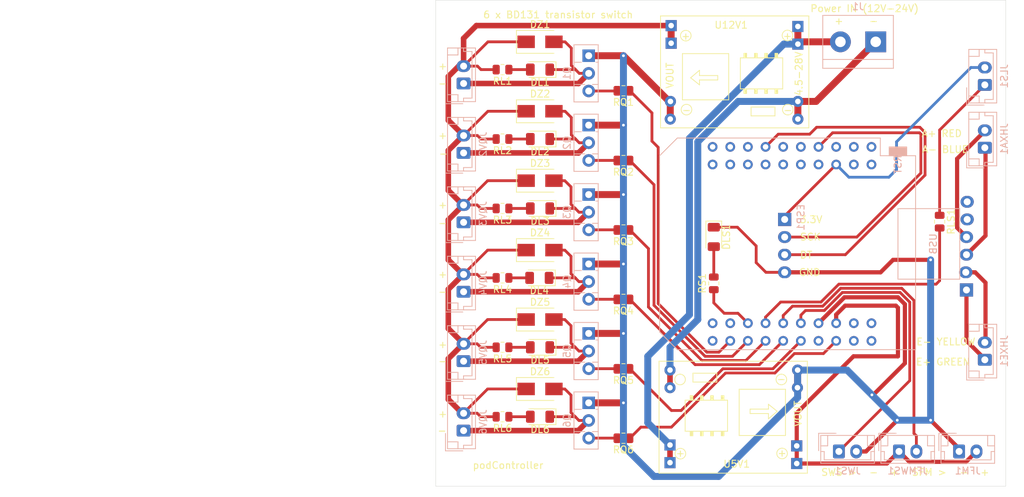
<source format=kicad_pcb>
(kicad_pcb (version 20211014) (generator pcbnew)
  (layers (0 "F.Cu" signal) (31 "B.Cu" signal) (34 "B.Paste" user) (35 "F.Paste" user) (36 "B.SilkS" user "B.Silkscreen") (37 "F.SilkS" user "F.Silkscreen") (38 "B.Mask" user) (39 "F.Mask" user) (44 "Edge.Cuts" user))
  (net 0 "")
  (net 1 "GND")
  (net 2 "Net-(J1-Pad1)")
  (net 3 "Net-(J1-Pad2)")
  (net 8 "Net-(Q1-Pad3)")
  (net 9 "Net-(Q2-Pad3)")
  (net 10 "Net-(Q3-Pad3)")
  (net 11 "Net-(Q4-Pad3)")
  (net 12 "Net-(Q5-Pad3)")
  (net 13 "Net-(Q6-Pad3)")
  (net 14 "Net-(ESP1-Pad35)")
  (net 16 "Net-(ESP1-Pad32)")
  (net 17 "Net-(ESP1-Pad31)")
  (net 18 "Net-(ESP1-Pad30)")
  (net 19 "Net-(ESP1-Pad29)")
  (net 20 "Net-(ESP1-Pad28)")
  (net 21 "Net-(ESP1-Pad27)")
  (net 22 "Net-(ESP1-Pad26)")
  (net 23 "Net-(DL1-Pad1)")
  (net 24 "Net-(ESP1-Pad24)")
  (net 31 "Net-(ESP1-Pad16)")
  (net 34 "Net-(ESP1-Pad13)")
  (net 39 "Net-(ESP1-Pad7)")
  (net 45 "Net-(DL1-Pad2)")
  (net 46 "Net-(HX1-Pad1)")
  (net 47 "Net-(HX1-Pad2)")
  (net 48 "Net-(HX1-Pad3)")
  (net 49 "Net-(HX1-Pad4)")
  (net 52 "Net-(DZ1-Pad1)")
  (net 54 "Net-(ESP1-Pad36)")
  (net 56 "Net-(DL2-Pad1)")
  (net 57 "Net-(DL2-Pad2)")
  (net 58 "Net-(DL3-Pad1)")
  (net 59 "Net-(DL4-Pad2)")
  (net 60 "Net-(DL5-Pad2)")
  (net 61 "Net-(DL6-Pad2)")
  (net 62 "Net-(ESP1-Pad25)")
  (net 64 "Net-(DL3-Pad2)")
  (net 65 "Net-(DL4-Pad1)")
  (net 66 "Net-(DL5-Pad1)")
  (net 67 "Net-(DL6-Pad1)")
  (net 68 "Net-(DLS1-Pad2)")
  (net 69 "Net-(JLS1-Pad1)")
  (footprint "Resistor_SMD:R_0805_2012Metric" (layer "F.Cu") (at 83 81.1 180)
    (fp_text reference "RQ6")
    (fp_text value "1k")
  )
  (footprint "Resistor_SMD:R_0805_2012Metric" (layer "F.Cu") (at 83 61.1 180)
    (fp_text reference "RQ4")
    (fp_text value "1k")
  )
  (footprint "Diode_SMD:D_1206_3216Metric" (layer "F.Cu") (at 96 52.1 -90)
    (fp_text reference "DLS1")
    (fp_text value "LED")
  )
  (footprint "Diode_SMD:D_1206_3216Metric" (layer "F.Cu") (at 71 28 180)
    (fp_text reference "DL1")
    (fp_text value "LED")
  )
  (footprint "Diode_SMD:D_SMA" (layer "F.Cu") (at 71 34)
    (fp_text reference "DZ2")
    (fp_text value "1N914")
  )
  (footprint "Resistor_SMD:R_0805_2012Metric" (layer "F.Cu") (at 96 58.7875 90)
    (fp_text reference "RS1")
    (fp_text value "50")
  )
  (footprint "Diode_SMD:D_SMA" (layer "F.Cu") (at 71 64)
    (fp_text reference "DZ5")
    (fp_text value "1N914")
  )
  (footprint "Resistor_SMD:R_0805_2012Metric" (layer "F.Cu") (at 128.5 49.9 -90)
    (fp_text reference "RLS1")
    (fp_text value "10k")
  )
  (footprint "Diode_SMD:D_SMA" (layer "F.Cu") (at 71 44)
    (fp_text reference "DZ3")
    (fp_text value "1N914")
  )
  (footprint "Resistor_SMD:R_0805_2012Metric" (layer "F.Cu") (at 83 41.1 180)
    (fp_text reference "RQ2")
    (fp_text value "1k")
  )
  (footprint "Resistor_SMD:R_0805_2012Metric" (layer "F.Cu") (at 83 31.05 180)
    (fp_text reference "RQ1")
    (fp_text value "1k")
  )
  (footprint "Resistor_SMD:R_0805_2012Metric" (layer "F.Cu") (at 83 71.1 180)
    (fp_text reference "RQ5")
    (fp_text value "1k")
  )
  (footprint "MountingHole:MountingHole_2.2mm_M2" (layer "F.Cu") (at 58.5 20.5)
    (fp_text reference "H1" hide)
    (fp_text value "MountingHole")
  )
  (footprint "glab:HX711" (layer "F.Cu") (at 122.2 57.2 180)
    (fp_text reference "HX1" hide)
    (fp_text value "HX711Keyes")
  )
  (footprint "MountingHole:MountingHole_2.2mm_M2" (layer "F.Cu") (at 58.5 85.5)
    (fp_text reference "H0" hide)
    (fp_text value "MountingHole")
  )
  (footprint "Resistor_SMD:R_0805_2012Metric" (layer "F.Cu") (at 65.6 28 180)
    (fp_text reference "RL1")
    (fp_text value "300")
  )
  (footprint "Resistor_SMD:R_0805_2012Metric" (layer "F.Cu") (at 65.6 48 180)
    (fp_text reference "RL3")
    (fp_text value "300")
  )
  (footprint "Resistor_SMD:R_0805_2012Metric" (layer "F.Cu") (at 83 51.1 180)
    (fp_text reference "RQ3")
    (fp_text value "1k")
  )
  (footprint "Diode_SMD:D_1206_3216Metric" (layer "F.Cu") (at 71 38 180)
    (fp_text reference "DL2")
    (fp_text value "LED")
  )
  (footprint "MountingHole:MountingHole_2.2mm_M2" (layer "F.Cu") (at 135.5 76.9)
    (fp_text reference "H3" hide)
    (fp_text value "MountingHole")
  )
  (footprint "Resistor_SMD:R_0805_2012Metric" (layer "F.Cu") (at 65.6 38 180)
    (fp_text reference "RL2")
    (fp_text value "300")
  )
  (footprint "Diode_SMD:D_SMA" (layer "F.Cu") (at 71 74)
    (fp_text reference "DZ6")
    (fp_text value "1N914")
  )
  (footprint "Diode_SMD:D_SMA" (layer "F.Cu") (at 71 24)
    (fp_text reference "DZ1")
    (fp_text value "1N914")
  )
  (footprint "Diode_SMD:D_1206_3216Metric" (layer "F.Cu") (at 71 68 180)
    (fp_text reference "DL5")
    (fp_text value "LED")
  )
  (footprint "MountingHole:MountingHole_2.2mm_M2" (layer "F.Cu") (at 135.5 20.5)
    (fp_text reference "H2" hide)
    (fp_text value "MountingHole")
  )
  (footprint "Resistor_SMD:R_0805_2012Metric" (layer "F.Cu") (at 65.6 58 180)
    (fp_text reference "RL4")
    (fp_text value "300")
  )
  (footprint "glab:SRT_MPT1584EN_Module" (layer "F.Cu") (at 99.3 77.5)
    (fp_text reference "U5V1")
    (fp_text value "MPT1584EN")
  )
  (footprint "Diode_SMD:D_1206_3216Metric" (layer "F.Cu") (at 71 78 180)
    (fp_text reference "DL6")
    (fp_text value "LED")
  )
  (footprint "Resistor_SMD:R_0805_2012Metric" (layer "F.Cu") (at 65.6 78 180)
    (fp_text reference "RL6")
    (fp_text value "300")
  )
  (footprint "Diode_SMD:D_SMA" (layer "F.Cu") (at 71 54)
    (fp_text reference "DZ4")
    (fp_text value "1N914")
  )
  (footprint "Diode_SMD:D_1206_3216Metric" (layer "F.Cu") (at 70.9 58 180)
    (fp_text reference "DL4")
    (fp_text value "LED")
  )
  (footprint "Diode_SMD:D_1206_3216Metric" (layer "F.Cu") (at 71 48 180)
    (fp_text reference "DL3")
    (fp_text value "LED")
  )
  (footprint "glab:SRT_MPT1584EN_Module" (layer "F.Cu") (at 98.5 28.9 180)
    (fp_text reference "U12V1")
    (fp_text value "MPT1584EN")
  )
  (footprint "Resistor_SMD:R_0805_2012Metric" (layer "F.Cu") (at 65.6 68 180)
    (fp_text reference "RL5")
    (fp_text value "300")
  )
  (footprint "Connector_JST:JST_EH_B2B-EH-A_1x02_P2.50mm_Vertical" (layer "B.Cu") (at 135 69.8 90)
    (fp_text reference "JHXE1")
    (fp_text value "Conn_01x02_Male" hide)
  )
  (footprint "Connector_JST:JST_EH_B2B-EH-A_1x02_P2.50mm_Vertical" (layer "B.Cu") (at 60 40 90)
    (fp_text reference "JQV2")
    (fp_text value "Conn_01x02_Male" hide)
  )
  (footprint "Connector_JST:JST_EH_B2B-EH-A_1x02_P2.50mm_Vertical" (layer "B.Cu") (at 114 83)
    (fp_text reference "JWS1")
    (fp_text value "Conn_01x02_Male")
  )
  (footprint "Package_TO_SOT_THT:TO-126-3_Vertical" (layer "B.Cu") (at 78 46 -90)
    (fp_text reference "Q3")
    (fp_text value "BD135")
  )
  (footprint "Connector_JST:JST_EH_B2B-EH-A_1x02_P2.50mm_Vertical" (layer "B.Cu") (at 135 30.2 90)
    (fp_text reference "JLS1")
    (fp_text value "Conn_01x02_Male" hide)
  )
  (footprint "Connector_JST:JST_EH_B2B-EH-A_1x02_P2.50mm_Vertical" (layer "B.Cu") (at 122.65 83)
    (fp_text reference "JFMWS1")
    (fp_text value "Conn_01x02_Male")
  )
  (footprint "Package_TO_SOT_THT:TO-126-3_Vertical" (layer "B.Cu") (at 78 26 -90)
    (fp_text reference "Q1")
    (fp_text value "BD135")
  )
  (footprint "ESP32_mini:ESP32_mini" (layer "B.Cu") (at 107.26 53.1 -90)
    (fp_text reference "ESP1")
    (fp_text value "mini_esp32")
  )
  (footprint "Package_TO_SOT_THT:TO-126-3_Vertical" (layer "B.Cu") (at 78 36 -90)
    (fp_text reference "Q2")
    (fp_text value "BD135")
  )
  (footprint "Connector_JST:JST_EH_B2B-EH-A_1x02_P2.50mm_Vertical" (layer "B.Cu") (at 60 80 90)
    (fp_text reference "JQV6")
    (fp_text value "Conn_01x02_Male" hide)
  )
  (footprint "Package_TO_SOT_THT:TO-126-3_Vertical" (layer "B.Cu") (at 78 76 -90)
    (fp_text reference "Q6")
    (fp_text value "BD135")
  )
  (footprint "Connector_JST:JST_EH_B2B-EH-A_1x02_P2.50mm_Vertical" (layer "B.Cu") (at 60 30 90)
    (fp_text reference "JQV1" hide)
    (fp_text value "Conn_01x02_Male" hide)
  )
  (footprint "Connector_JST:JST_EH_B2B-EH-A_1x02_P2.50mm_Vertical" (layer "B.Cu") (at 60 60 90)
    (fp_text reference "JQV4")
    (fp_text value "Conn_01x02_Male" hide)
  )
  (footprint "Package_TO_SOT_THT:TO-126-3_Vertical" (layer "B.Cu") (at 78 56 -90)
    (fp_text reference "Q4")
    (fp_text value "BD135")
  )
  (footprint "Connector_JST:JST_EH_B2B-EH-A_1x02_P2.50mm_Vertical" (layer "B.Cu") (at 135 39.25 90)
    (fp_text reference "JHXA1")
    (fp_text value "Conn_01x02_Male" hide)
  )
  (footprint "Connector_JST:JST_EH_B2B-EH-A_1x02_P2.50mm_Vertical" (layer "B.Cu") (at 60 70 90)
    (fp_text reference "JQV5")
    (fp_text value "Conn_01x02_Male" hide)
  )
  (footprint "TerminalBlock:TerminalBlock_bornier-2_P5.08mm" (layer "B.Cu") (at 119.3 24 180)
    (fp_text reference "J1")
    (fp_text value "Screw_Terminal_01x02")
  )
  (footprint "Package_TO_SOT_THT:TO-126-3_Vertical" (layer "B.Cu") (at 78 66 -90)
    (fp_text reference "Q5")
    (fp_text value "BD135")
  )
  (footprint "Connector_JST:JST_EH_B2B-EH-A_1x02_P2.50mm_Vertical" (layer "B.Cu") (at 131.3 83)
    (fp_text reference "JFM1")
    (fp_text value "Conn_01x02_Male")
  )
  (footprint "Connector_JST:JST_EH_B2B-EH-A_1x02_P2.50mm_Vertical" (layer "B.Cu") (at 60 50 90)
    (fp_text reference "JQV3")
    (fp_text value "Conn_01x02_Male" hide)
  )
  (gr_line (start 56 88) (end 56 18) (layer "Edge.Cuts") (width 0.05))
  (gr_line (start 138 18) (end 138 88) (layer "Edge.Cuts") (width 0.05))
  (gr_line (start 138 88) (end 56 88) (layer "Edge.Cuts") (width 0.05))
  (gr_line (start 56 18) (end 138 18) (layer "Edge.Cuts") (width 0.05))
  (gr_text "SCK" (at 109.9 52.1) (layer "F.SilkS") (effects (font (size 1 1))))
  (gr_text "-" (at 119 21) (layer "F.SilkS") (effects (font (size 1 1))))
  (gr_text "-" (at 57 50.1) (layer "F.SilkS") (effects (font (size 1 1))))
  (gr_text "+" (at 57 57.5) (layer "F.SilkS") (effects (font (size 1 1))))
  (gr_text "podController" (at 66.4 85) (layer "F.SilkS") (effects (font (size 1 1))))
  (gr_text "A- BLUE" (at 129.3 39.5) (layer "F.SilkS") (effects (font (size 1 1))))
  (gr_text "+" (at 57 77.6) (layer "F.SilkS") (effects (font (size 1 1))))
  (gr_text "-" (at 119 86) (layer "F.SilkS") (effects (font (size 1 1))))
  (gr_text "E- YELLOW" (at 129.4 67.2) (layer "F.SilkS") (effects (font (size 1 1))))
  (gr_text "6 x BD131 transistor switch" (at 73.6 20.1) (layer "F.SilkS") (effects (font (size 1 1))))
  (gr_text "SWS >" (at 114 86) (layer "F.SilkS") (effects (font (size 1 1))))
  (gr_text "-" (at 56.9 80) (layer "F.SilkS") (effects (font (size 1 1))))
  (gr_text "-" (at 57 30) (layer "F.SilkS") (effects (font (size 1 1))))
  (gr_text "Power IN (12V-24V)" (at 117.7 19.2) (layer "F.SilkS") (effects (font (size 1 1))))
  (gr_text "GND" (at 109.8 57.2) (layer "F.SilkS") (effects (font (size 1 1))))
  (gr_text "-" (at 132 86) (layer "F.SilkS") (effects (font (size 1 1))))
  (gr_text "3.3V" (at 110 49.6) (layer "F.SilkS") (effects (font (size 1 1))))
  (gr_text "DT" (at 109.3 54.7) (layer "F.SilkS") (effects (font (size 1 1))))
  (gr_text "+" (at 114 21) (layer "F.SilkS") (effects (font (size 1 1))))
  (gr_text "+" (at 57 47.5) (layer "F.SilkS") (effects (font (size 1 1))))
  (gr_text "+" (at 57 67.6) (layer "F.SilkS") (effects (font (size 1 1))))
  (gr_text "+" (at 122 86) (layer "F.SilkS") (effects (font (size 1 1))))
  (gr_text "A+ RED" (at 128.8 37.2) (layer "F.SilkS") (effects (font (size 1 1))))
  (gr_text "+" (at 57 37.5) (layer "F.SilkS") (effects (font (size 1 1))))
  (gr_text "E+ GREEN" (at 129 70.1) (layer "F.SilkS") (effects (font (size 1 1))))
  (gr_text "-" (at 57.1 40.1) (layer "F.SilkS") (effects (font (size 1 1))))
  (gr_text "-" (at 57 60) (layer "F.SilkS") (effects (font (size 1 1))))
  (gr_text "SFM >" (at 127 86) (layer "F.SilkS") (effects (font (size 1 1))))
  (gr_text "+" (at 135 86) (layer "F.SilkS") (effects (font (size 1 1))))
  (gr_text "-" (at 57 70) (layer "F.SilkS") (effects (font (size 1 1))))
  (gr_text "+" (at 57 27.5) (layer "F.SilkS") (effects (font (size 1 1))))
  (segment (start 111.07 64.53) (end 114.8 60.8) (width 0.6) (layer "F.Cu") (net 1))
  (segment (start 117.9 83) (end 122.4 78.5) (width 0.6) (layer "F.Cu") (net 1))
  (segment (start 106.2 57.2) (end 120 57.2) (width 0.6) (layer "F.Cu") (net 1))
  (segment (start 89.737 32.6084) (end 89.7624 32.583) (width 1) (layer "F.Cu") (net 1))
  (segment (start 83 66) (end 78 66) (width 1) (layer "F.Cu") (net 1))
  (segment (start 96 50.7) (end 99.4 50.7) (width 0.4) (layer "F.Cu") (net 1))
  (segment (start 103.5 57.2) (end 106.2 57.2) (width 0.4) (layer "F.Cu") (net 1))
  (segment (start 131.3 83) (end 131.3 82.6) (width 0.6) (layer "F.Cu") (net 1))
  (segment (start 123.5 70.3) (end 118.95 74.85) (width 0.6) (layer "F.Cu") (net 1))
  (segment (start 83 56) (end 78 56) (width 1) (layer "F.Cu") (net 1))
  (segment (start 108.063 71.277) (end 108.063 73.7916) (width 1) (layer "F.Cu") (net 1))
  (segment (start 121.8 55.4) (end 127.2 55.4) (width 0.6) (layer "F.Cu") (net 1))
  (segment (start 102.1 53.4) (end 102.1 55.8) (width 0.4) (layer "F.Cu") (net 1))
  (segment (start 83 76) (end 78 76) (width 1) (layer "F.Cu") (net 1))
  (segment (start 118.95 74.85) (end 118.75 74.85) (width 0.6) (layer "F.Cu") (net 1))
  (segment (start 89.7624 32.583) (end 89.583 32.583) (width 1) (layer "F.Cu") (net 1))
  (segment (start 131.3 82.6) (end 127.2 78.5) (width 0.6) (layer "F.Cu") (net 1))
  (segment (start 123.5 61.8) (end 123.5 70.3) (width 0.6) (layer "F.Cu") (net 1))
  (segment (start 116.5 83) (end 117.9 83) (width 0.6) (layer "F.Cu") (net 1))
  (segment (start 83 36) (end 78 36) (width 1) (layer "F.Cu") (net 1))
  (segment (start 83 26) (end 78 26) (width 1) (layer "F.Cu") (net 1))
  (segment (start 89.583 32.583) (end 83 26) (width 1) (layer "F.Cu") (net 1))
  (segment (start 99.4 50.7) (end 102.1 53.4) (width 0.4) (layer "F.Cu") (net 1))
  (segment (start 89.737 35.123) (end 89.737 32.6084) (width 1) (layer "F.Cu") (net 1))
  (segment (start 102.1 55.8) (end 103.5 57.2) (width 0.4) (layer "F.Cu") (net 1))
  (segment (start 114.8 60.8) (end 122.5 60.8) (width 0.6) (layer "F.Cu") (net 1))
  (segment (start 122.5 60.8) (end 123.5 61.8) (width 0.6) (layer "F.Cu") (net 1))
  (segment (start 120 57.2) (end 121.8 55.4) (width 0.6) (layer "F.Cu") (net 1))
  (segment (start 83 46) (end 78 46) (width 1) (layer "F.Cu") (net 1))
  (segment (start 108.063 73.7916) (end 108.0376 73.817) (width 1) (layer "F.Cu") (net 1))
  (via (at 127.2 55.4) (size 0.8) (drill 0.4) (layers "F.Cu" "B.Cu") (net 1))
  (via (at 83 26) (size 0.8) (drill 0.4) (layers "F.Cu" "B.Cu") (net 1))
  (via (at 118.75 74.85) (size 0.8) (drill 0.4) (layers "F.Cu" "B.Cu") (net 1))
  (via (at 108.063 71.277) (size 0.8) (drill 0.4) (layers "F.Cu" "B.Cu") (net 1))
  (via (at 83 56) (size 0.8) (drill 0.4) (layers "F.Cu" "B.Cu") (net 1))
  (via (at 83 36) (size 0.8) (drill 0.4) (layers "F.Cu" "B.Cu") (net 1))
  (via (at 83 46) (size 0.8) (drill 0.4) (layers "F.Cu" "B.Cu") (net 1))
  (via (at 127.2 78.5) (size 0.8) (drill 0.4) (layers "F.Cu" "B.Cu") (net 1))
  (via (at 83 66) (size 0.8) (drill 0.4) (layers "F.Cu" "B.Cu") (net 1))
  (via (at 122.4 78.5) (size 0.8) (drill 0.4) (layers "F.Cu" "B.Cu") (net 1))
  (via (at 83 76) (size 0.8) (drill 0.4) (layers "F.Cu" "B.Cu") (net 1))
  (segment (start 83 66) (end 83 76) (width 1) (layer "B.Cu") (net 1))
  (segment (start 108.063 75.237) (end 108.063 71.277) (width 1) (layer "B.Cu") (net 1))
  (segment (start 83 26) (end 83 36) (width 1) (layer "B.Cu") (net 1))
  (segment (start 83 82.2) (end 87.4 86.6) (width 1) (layer "B.Cu") (net 1))
  (segment (start 83 36) (end 83 46) (width 1) (layer "B.Cu") (net 1))
  (segment (start 83 56) (end 83 66) (width 1) (layer "B.Cu") (net 1))
  (segment (start 127.2 78.5) (end 127.2 55.4) (width 1) (layer "B.Cu") (net 1))
  (segment (start 115.177 71.277) (end 118.75 74.85) (width 1) (layer "B.Cu") (net 1))
  (segment (start 118.75 74.85) (end 122.3 78.4) (width 1) (layer "B.Cu") (net 1))
  (segment (start 96.7 86.6) (end 108.063 75.237) (width 1) (layer "B.Cu") (net 1))
  (segment (start 87.4 86.6) (end 96.7 86.6) (width 1) (layer "B.Cu") (net 1))
  (segment (start 108.063 71.277) (end 115.177 71.277) (width 1) (layer "B.Cu") (net 1))
  (segment (start 83 76) (end 83 82.2) (width 1) (layer "B.Cu") (net 1))
  (segment (start 122.3 78.4) (end 122.4 78.5) (width 1) (layer "B.Cu") (net 1))
  (segment (start 83 46) (end 83 56) (width 1) (layer "B.Cu") (net 1))
  (segment (start 122.4 78.5) (end 127.2 78.5) (width 1) (layer "B.Cu") (net 1))
  (segment (start 108.1 32.583) (end 108.1 35.123) (width 1) (layer "F.Cu") (net 2))
  (segment (start 119.3 24) (end 110.717 32.583) (width 1) (layer "F.Cu") (net 2))
  (segment (start 110.717 32.583) (end 108.1 32.583) (width 1) (layer "F.Cu") (net 2))
  (segment (start 89.7 71.277) (end 89.7 73.817) (width 0.8) (layer "F.Cu") (net 2))
  (segment (start 108.1 32.583) (end 99.513378 32.583) (width 1) (layer "B.Cu") (net 2))
  (segment (start 93.69952 64.00048) (end 89.7 68) (width 1) (layer "B.Cu") (net 2))
  (segment (start 89.7 68) (end 89.7 71.277) (width 1) (layer "B.Cu") (net 2))
  (segment (start 99.513378 32.583) (end 93.69952 38.396858) (width 1) (layer "B.Cu") (net 2))
  (segment (start 93.69952 38.396858) (end 93.69952 64.00048) (width 1) (layer "B.Cu") (net 2))
  (segment (start 89.7 82.072) (end 89.7 84.612) (width 0.8) (layer "F.Cu") (net 3))
  (segment (start 108.428 24) (end 108.1 24.328) (width 1) (layer "F.Cu") (net 3))
  (segment (start 114.22 24) (end 108.428 24) (width 1) (layer "F.Cu") (net 3))
  (segment (start 108.1 24.328) (end 108.1 21.788) (width 1) (layer "F.Cu") (net 3))
  (segment (start 86.5 78.872) (end 89.7 82.072) (width 1) (layer "B.Cu") (net 3))
  (segment (start 92.5 37.9) (end 92.5 63.3) (width 1) (layer "B.Cu") (net 3))
  (segment (start 92.5 63.3) (end 86.5 69.3) (width 1) (layer "B.Cu") (net 3))
  (segment (start 108.1 24.328) (end 106.072 24.328) (width 1) (layer "B.Cu") (net 3))
  (segment (start 86.5 69.3) (end 86.5 78.872) (width 1) (layer "B.Cu") (net 3))
  (segment (start 106.072 24.328) (end 92.5 37.9) (width 1) (layer "B.Cu") (net 3))
  (segment (start 82.0875 31.05) (end 82.0575 31.08) (width 0.4) (layer "F.Cu") (net 8))
  (segment (start 82.0575 31.08) (end 78 31.08) (width 0.4) (layer "F.Cu") (net 8))
  (segment (start 82.0875 41.1) (end 82.0675 41.08) (width 0.4) (layer "F.Cu") (net 9))
  (segment (start 82.0675 41.08) (end 78 41.08) (width 0.4) (layer "F.Cu") (net 9))
  (segment (start 82.0675 51.08) (end 78 51.08) (width 0.4) (layer "F.Cu") (net 10))
  (segment (start 82.0875 51.1) (end 82.0675 51.08) (width 0.4) (layer "F.Cu") (net 10))
  (segment (start 82.0875 61.1) (end 82.0675 61.08) (width 0.4) (layer "F.Cu") (net 11))
  (segment (start 82.0675 61.08) (end 78 61.08) (width 0.4) (layer "F.Cu") (net 11))
  (segment (start 82.0675 71.08) (end 78 71.08) (width 0.4) (layer "F.Cu") (net 12))
  (segment (start 82.0875 71.1) (end 82.0675 71.08) (width 0.4) (layer "F.Cu") (net 12))
  (segment (start 82.0875 81.1) (end 82.0675 81.08) (width 0.4) (layer "F.Cu") (net 13))
  (segment (start 82.0675 81.08) (end 78 81.08) (width 0.4) (layer "F.Cu") (net 13))
  (segment (start 107.936 82.199) (end 107.936 84.739) (width 0.6) (layer "F.Cu") (net 14))
  (segment (start 107.936 84.739) (end 120.911 84.739) (width 0.6) (layer "F.Cu") (net 14))
  (segment (start 122.2 62) (end 114.9 62) (width 0.6) (layer "F.Cu") (net 14))
  (segment (start 107.936 82.199) (end 107.936 77.464) (width 0.6) (layer "F.Cu") (net 14))
  (segment (start 120.911 84.739) (end 122.65 83) (width 0.6) (layer "F.Cu") (net 14))
  (segment (start 113.61 63.29) (end 113.61 64.53) (width 0.6) (layer "F.Cu") (net 14))
  (segment (start 114.9 62) (end 113.61 63.29) (width 0.6) (layer "F.Cu") (net 14))
  (segment (start 132.30048 84.49952) (end 133.8 83) (width 0.6) (layer "F.Cu") (net 14))
  (segment (start 122.65 83) (end 124.14952 84.49952) (width 0.6) (layer "F.Cu") (net 14))
  (segment (start 122.5 69.3) (end 122.5 62.3) (width 0.6) (layer "F.Cu") (net 14))
  (segment (start 107.936 77.464) (end 116.1 69.3) (width 0.6) (layer "F.Cu") (net 14))
  (segment (start 122.5 62.3) (end 122.2 62) (width 0.6) (layer "F.Cu") (net 14))
  (segment (start 116.1 69.3) (end 122.5 69.3) (width 0.6) (layer "F.Cu") (net 14))
  (segment (start 124.14952 84.49952) (end 132.30048 84.49952) (width 0.6) (layer "F.Cu") (net 14))
  (segment (start 108.53 67.07) (end 104.50192 71.09808) (width 0.4) (layer "F.Cu") (net 16))
  (segment (start 97.30192 71.09808) (end 91.3 77.1) (width 0.4) (layer "F.Cu") (net 16))
  (segment (start 104.50192 71.09808) (end 97.30192 71.09808) (width 0.4) (layer "F.Cu") (net 16))
  (segment (start 89.9125 77.1) (end 83.9125 71.1) (width 0.4) (layer "F.Cu") (net 16))
  (segment (start 91.3 77.1) (end 89.9125 77.1) (width 0.4) (layer "F.Cu") (net 16))
  (segment (start 109.2 62.7) (end 111.9 62.7) (width 0.4) (layer "F.Cu") (net 17))
  (segment (start 108.53 64.53) (end 108.53 63.37) (width 0.4) (layer "F.Cu") (net 17))
  (segment (start 124.2 61.5) (end 124.2 72.8) (width 0.4) (layer "F.Cu") (net 17))
  (segment (start 111.9 62.7) (end 114.5 60.1) (width 0.4) (layer "F.Cu") (net 17))
  (segment (start 122.8 60.1) (end 124.2 61.5) (width 0.4) (layer "F.Cu") (net 17))
  (segment (start 108.53 63.37) (end 109.2 62.7) (width 0.4) (layer "F.Cu") (net 17))
  (segment (start 114.5 60.1) (end 122.8 60.1) (width 0.4) (layer "F.Cu") (net 17))
  (segment (start 124.2 72.8) (end 114 83) (width 0.4) (layer "F.Cu") (net 17))
  (segment (start 93.31106 70.49856) (end 83.9125 61.1) (width 0.4) (layer "F.Cu") (net 18))
  (segment (start 105.99 67.07) (end 102.56144 70.49856) (width 0.4) (layer "F.Cu") (net 18))
  (segment (start 102.56144 70.49856) (end 93.31106 70.49856) (width 0.4) (layer "F.Cu") (net 18))
  (segment (start 105.99 64.53) (end 105.99 63.41) (width 0.4) (layer "F.Cu") (net 19))
  (segment (start 124.8 80.4) (end 125.15 80.75) (width 0.4) (layer "F.Cu") (net 19))
  (segment (start 124.8 61.25215) (end 124.8 80.4) (width 0.4) (layer "F.Cu") (net 19))
  (segment (start 114.252151 59.5) (end 123.04785 59.5) (width 0.4) (layer "F.Cu") (net 19))
  (segment (start 105.99 63.41) (end 107.323925 62.076075) (width 0.4) (layer "F.Cu") (net 19))
  (segment (start 123.04785 59.5) (end 124.8 61.25215) (width 0.4) (layer "F.Cu") (net 19))
  (segment (start 125.15 80.75) (end 125.15 83) (width 0.4) (layer "F.Cu") (net 19))
  (segment (start 107.323925 62.076075) (end 111.676075 62.076075) (width 0.4) (layer "F.Cu") (net 19))
  (segment (start 111.676075 62.076075) (end 114.252151 59.5) (width 0.4) (layer "F.Cu") (net 19))
  (segment (start 100.62096 69.89904) (end 94.29904 69.89904) (width 0.4) (layer "F.Cu") (net 20))
  (segment (start 94.29904 69.89904) (end 86.6 62.2) (width 0.4) (layer "F.Cu") (net 20))
  (segment (start 103.45 67.07) (end 100.62096 69.89904) (width 0.4) (layer "F.Cu") (net 20))
  (segment (start 86.6 53.7875) (end 83.9125 51.1) (width 0.4) (layer "F.Cu") (net 20))
  (segment (start 86.6 62.2) (end 86.6 53.7875) (width 0.4) (layer "F.Cu") (net 20))
  (segment (start 103.45 63.65) (end 105.623445 61.476555) (width 0.4) (layer "F.Cu") (net 21))
  (segment (start 103.45 64.53) (end 103.45 63.65) (width 0.4) (layer "F.Cu") (net 21))
  (segment (start 128.5 58.4) (end 128.5 50.8125) (width 0.4) (layer "F.Cu") (net 21))
  (segment (start 111.427745 61.476555) (end 114.004301 58.9) (width 0.4) (layer "F.Cu") (net 21))
  (segment (start 114.004301 58.9) (end 128 58.9) (width 0.4) (layer "F.Cu") (net 21))
  (segment (start 105.623445 61.476555) (end 111.427745 61.476555) (width 0.4) (layer "F.Cu") (net 21))
  (segment (start 128 58.9) (end 128.5 58.4) (width 0.4) (layer "F.Cu") (net 21))
  (segment (start 100.91 67.07) (end 98.68048 69.29952) (width 0.4) (layer "F.Cu") (net 22))
  (segment (start 94.751671 69.29952) (end 87.4 61.947849) (width 0.4) (layer "F.Cu") (net 22))
  (segment (start 87.4 44.5875) (end 83.9125 41.1) (width 0.4) (layer "F.Cu") (net 22))
  (segment (start 98.68048 69.29952) (end 94.751671 69.29952) (width 0.4) (layer "F.Cu") (net 22))
  (segment (start 87.4 61.947849) (end 87.4 44.5875) (width 0.4) (layer "F.Cu") (net 22))
  (segment (start 76.15 28.05) (end 75.5 27.4) (width 0.4) (layer "F.Cu") (net 23))
  (segment (start 74.6 24) (end 72.65 24) (width 0.4) (layer "F.Cu") (net 23))
  (segment (start 75.5 24.9) (end 74.6 24) (width 0.4) (layer "F.Cu") (net 23))
  (segment (start 76.64 28.54) (end 76.15 28.05) (width 0.4) (layer "F.Cu") (net 23))
  (segment (start 76.1 28) (end 76.15 28.05) (width 0.4) (layer "F.Cu") (net 23))
  (segment (start 75.5 27.4) (end 75.5 24.9) (width 0.4) (layer "F.Cu") (net 23))
  (segment (start 60 30) (end 76.54 30) (width 0.8) (layer "F.Cu") (net 23))
  (segment (start 78 28.54) (end 76.64 28.54) (width 0.4) (layer "F.Cu") (net 23))
  (segment (start 72.4 28) (end 76.1 28) (width 0.4) (layer "F.Cu") (net 23))
  (segment (start 76.54 30) (end 78 28.54) (width 0.8) (layer "F.Cu") (net 23))
  (segment (start 95 68.7) (end 87.99952 61.69952) (width 0.4) (layer "F.Cu") (net 24))
  (segment (start 96.74 68.7) (end 95 68.7) (width 0.4) (layer "F.Cu") (net 24))
  (segment (start 87.99952 39.19952) (end 87.1 38.3) (width 0.4) (layer "F.Cu") (net 24))
  (segment (start 87.1 38.3) (end 87.1 34.2375) (width 0.4) (layer "F.Cu") (net 24))
  (segment (start 98.37 67.07) (end 96.74 68.7) (width 0.4) (layer "F.Cu") (net 24))
  (segment (start 87.1 34.2375) (end 83.9125 31.05) (width 0.4) (layer "F.Cu") (net 24))
  (segment (start 87.99952 61.69952) (end 87.99952 39.19952) (width 0.4) (layer "F.Cu") (net 24))
  (segment (start 113.61 41.67) (end 106.2 49.08) (width 0.4) (layer "F.Cu") (net 31))
  (segment (start 106.2 49.08) (end 106.2 49.58) (width 0.4) (layer "F.Cu") (net 31))
  (segment (start 121.2 43.5) (end 122.3 42.4) (width 0.4) (layer "B.Cu") (net 31))
  (segment (start 122.3 38.4) (end 133 27.7) (width 0.4) (layer "B.Cu") (net 31))
  (segment (start 122.3 42.4) (end 122.3 38.4) (width 0.4) (layer "B.Cu") (net 31))
  (segment (start 133 27.7) (end 135 27.7) (width 0.4) (layer "B.Cu") (net 31))
  (segment (start 113.61 41.67) (end 115.44 43.5) (width 0.4) (layer "B.Cu") (net 31))
  (segment (start 115.44 43.5) (end 121.2 43.5) (width 0.4) (layer "B.Cu") (net 31))
  (segment (start 125.8 37.3) (end 125.8 42.9) (width 0.4) (layer "F.Cu") (net 34))
  (segment (start 125.8 42.9) (end 116.58 52.12) (width 0.4) (layer "F.Cu") (net 34))
  (segment (start 125.6 37.1) (end 125.8 37.3) (width 0.4) (layer "F.Cu") (net 34))
  (segment (start 111.07 39.13) (end 113.1 37.1) (width 0.4) (layer "F.Cu") (net 34))
  (segment (start 116.58 52.12) (end 106.2 52.12) (width 0.4) (layer "F.Cu") (net 34))
  (segment (start 113.1 37.1) (end 125.6 37.1) (width 0.4) (layer "F.Cu") (net 34))
  (segment (start 109.8 37.3) (end 110.8 36.3) (width 0.4) (layer "F.Cu") (net 39))
  (segment (start 103.45 39.13) (end 105.28 37.3) (width 0.4) (layer "F.Cu") (net 39))
  (segment (start 126.39952 37.051671) (end 126.39952 43.20048) (width 0.4) (layer "F.Cu") (net 39))
  (segment (start 114.94 54.66) (end 106.2 54.66) (width 0.4) (layer "F.Cu") (net 39))
  (segment (start 105.28 37.3) (end 109.8 37.3) (width 0.4) (layer "F.Cu") (net 39))
  (segment (start 125.64785 36.3) (end 126.39952 37.051671) (width 0.4) (layer "F.Cu") (net 39))
  (segment (start 126.39952 43.20048) (end 114.94 54.66) (width 0.4) (layer "F.Cu") (net 39))
  (segment (start 110.8 36.3) (end 125.64785 36.3) (width 0.4) (layer "F.Cu") (net 39))
  (segment (start 69.6 28) (end 66.5125 28) (width 0.4) (layer "F.Cu") (net 45))
  (segment (start 135.1 69.8) (end 132.36 67.06) (width 0.6) (layer "F.Cu") (net 46))
  (segment (start 132.36 67.06) (end 132.36 59.74) (width 0.6) (layer "F.Cu") (net 46))
  (segment (start 135.1 67.3) (end 135.1 58.69) (width 0.6) (layer "F.Cu") (net 47))
  (segment (start 135.1 58.69) (end 133.61 57.2) (width 0.6) (layer "F.Cu") (net 47))
  (segment (start 133.61 57.2) (end 132.26 57.2) (width 0.6) (layer "F.Cu") (net 47))
  (segment (start 135.1 51.92) (end 132.36 54.66) (width 0.6) (layer "F.Cu") (net 48))
  (segment (start 135.1 39.25) (end 135.1 51.92) (width 0.6) (layer "F.Cu") (net 48))
  (segment (start 131.01048 40.83952) (end 131.01048 50.77048) (width 0.6) (layer "F.Cu") (net 49))
  (segment (start 135.1 36.75) (end 131.01048 40.83952) (width 0.6) (layer "F.Cu") (net 49))
  (segment (start 131.01048 50.77048) (end 132.36 52.12) (width 0.6) (layer "F.Cu") (net 49))
  (segment (start 64.6475 58) (end 62.46 58) (width 0.4) (layer "F.Cu") (net 52))
  (segment (start 64.6875 38) (end 62.5 38) (width 0.4) (layer "F.Cu") (net 52))
  (segment (start 60 37.5) (end 57.8 35.3) (width 0.8) (layer "F.Cu") (net 52))
  (segment (start 63.46 54) (end 59.96 57.5) (width 0.4) (layer "F.Cu") (net 52))
  (segment (start 60 67.5) (end 59.948598 67.5) (width 0.8) (layer "F.Cu") (net 52))
  (segment (start 69.31 74) (end 63.46 74) (width 0.4) (layer "F.Cu") (net 52))
  (segment (start 62 37.5) (end 60 37.5) (width 0.4) (layer "F.Cu") (net 52))
  (segment (start 59.9 47.5) (end 60 47.5) (width 0.8) (layer "F.Cu") (net 52))
  (segment (start 89.864 21.661) (end 61.839 21.661) (width 0.8) (layer "F.Cu") (net 52))
  (segment (start 62.46 68) (end 61.96 67.5) (width 0.4) (layer "F.Cu") (net 52))
  (segment (start 59.948598 67.5) (end 57.8 69.648598) (width 0.8) (layer "F.Cu") (net 52))
  (segment (start 63.46 64) (end 59.96 67.5) (width 0.4) (layer "F.Cu") (net 52))
  (segment (start 57.8 59.648598) (end 57.8 65.3) (width 0.8) (layer "F.Cu") (net 52))
  (segment (start 57.8 55.4) (end 59.9 57.5) (width 0.8) (layer "F.Cu") (net 52))
  (segment (start 57.8 35.3) (end 57.8 29) (width 0.8) (layer "F.Cu") (net 52))
  (segment (start 59.948598 37.5) (end 57.8 39.648598) (width 0.8) (layer "F.Cu") (net 52))
  (segment (start 64.6475 78) (end 62.46 78) (width 0.4) (layer "F.Cu") (net 52))
  (segment (start 64.6875 28) (end 62.5 28) (width 0.4) (layer "F.Cu") (net 52))
  (segment (start 63.46 44) (end 59.96 47.5) (width 0.4) (layer "F.Cu") (net 52))
  (segment (start 69.35 34) (end 63.5 34) (width 0.4) (layer "F.Cu") (net 52))
  (segment (start 57.8 69.648598) (end 57.8 75.5) (width 0.8) (layer "F.Cu") (net 52))
  (segment (start 57.8 45.4) (end 59.9 47.5) (width 0.8) (layer "F.Cu") (net 52))
  (segment (start 60 57.5) (end 59.948598 57.5) (width 0.8) (layer "F.Cu") (net 52))
  (segment (start 57.8 65.3) (end 60 67.5) (width 0.8) (layer "F.Cu") (net 52))
  (segment (start 61.839 21.661) (end 60 23.5) (width 0.8) (layer "F.Cu") (net 52))
  (segment (start 63.5 34) (end 60 37.5) (width 0.4) (layer "F.Cu") (net 52))
  (segment (start 69.31 44) (end 63.46 44) (width 0.4) (layer "F.Cu") (net 52))
  (segment (start 60 47.5) (end 59.948598 47.5) (width 0.8) (layer "F.Cu") (net 52))
  (segment (start 63.5 24) (end 60 27.5) (width 0.4) (layer "F.Cu") (net 52))
  (segment (start 89.864 24.201) (end 89.864 21.661) (width 1) (layer "F.Cu") (net 52))
  (segment (start 62.5 28) (end 62 27.5) (width 0.4) (layer "F.Cu") (net 52))
  (segment (start 62.5 38) (end 62 37.5) (width 0.4) (layer "F.Cu") (net 52))
  (segment (start 61.96 67.5) (end 59.96 67.5) (width 0.4) (layer "F.Cu") (net 52))
  (segment (start 69.31 64) (end 63.46 64) (width 0.4) (layer "F.Cu") (net 52))
  (segment (start 59.8 77.5) (end 60 77.5) (width 0.8) (layer "F.Cu") (net 52))
  (segment (start 69.31 54) (end 63.46 54) (width 0.4) (layer "F.Cu") (net 52))
  (segment (start 59.9 57.5) (end 60 57.5) (width 0.8) (layer "F.Cu") (net 52))
  (segment (start 64.6475 68) (end 62.46 68) (width 0.4) (layer "F.Cu") (net 52))
  (segment (start 59.3 27.5) (end 60 27.5) (width 0.8) (layer "F.Cu") (net 52))
  (segment (start 60 37.5) (end 59.948598 37.5) (width 0.8) (layer "F.Cu") (net 52))
  (segment (start 61.96 57.5) (end 59.96 57.5) (width 0.4) (layer "F.Cu") (net 52))
  (segment (start 61.96 47.5) (end 59.96 47.5) (width 0.4) (layer "F.Cu") (net 52))
  (segment (start 62.46 58) (end 61.96 57.5) (width 0.4) (layer "F.Cu") (net 52))
  (segment (start 60 23.5) (end 60 27.5) (width 0.8) (layer "F.Cu") (net 52))
  (segment (start 62.46 78) (end 61.96 77.5) (width 0.4) (layer "F.Cu") (net 52))
  (segment (start 62.46 48) (end 61.96 47.5) (width 0.4) (layer "F.Cu") (net 52))
  (segment (start 57.8 29) (end 59.3 27.5) (width 0.8) (layer "F.Cu") (net 52))
  (segment (start 69.35 24) (end 63.5 24) (width 0.4) (layer "F.Cu") (net 52))
  (segment (start 57.8 75.5) (end 59.8 77.5) (width 0.8) (layer "F.Cu") (net 52))
  (segment (start 59.948598 47.5) (end 57.8 49.648598) (width 0.8) (layer "F.Cu") (net 52))
  (segment (start 62 27.5) (end 60 27.5) (width 0.4) (layer "F.Cu") (net 52))
  (segment (start 57.8 49.648598) (end 57.8 55.4) (width 0.8) (layer "F.Cu") (net 52))
  (segment (start 64.6475 48) (end 62.46 48) (width 0.4) (layer "F.Cu") (net 52))
  (segment (start 61.96 77.5) (end 59.96 77.5) (width 0.4) (layer "F.Cu") (net 52))
  (segment (start 57.8 39.648598) (end 57.8 45.4) (width 0.8) (layer "F.Cu") (net 52))
  (segment (start 63.46 74) (end 59.96 77.5) (width 0.4) (layer "F.Cu") (net 52))
  (segment (start 59.948598 57.5) (end 57.8 59.648598) (width 0.8) (layer "F.Cu") (net 52))
  (segment (start 107.6 68.9) (end 104.8024 71.6976) (width 0.4) (layer "F.Cu") (net 54))
  (segment (start 113.61 67.07) (end 111.78 68.9) (width 0.4) (layer "F.Cu") (net 54))
  (segment (start 104.8024 71.6976) (end 97.7 71.6976) (width 0.4) (layer "F.Cu") (net 54))
  (segment (start 89.8976 79.5) (end 85.5125 79.5) (width 0.4) (layer "F.Cu") (net 54))
  (segment (start 97.7 71.6976) (end 89.8976 79.5) (width 0.4) (layer "F.Cu") (net 54))
  (segment (start 85.5125 79.5) (end 83.9125 81.1) (width 0.4) (layer "F.Cu") (net 54))
  (segment (start 111.78 68.9) (end 107.6 68.9) (width 0.4) (layer "F.Cu") (net 54))
  (segment (start 76.64 38.54) (end 76.15 38.05) (width 0.4) (layer "F.Cu") (net 56))
  (segment (start 76.54 40) (end 78 38.54) (width 0.8) (layer "F.Cu") (net 56))
  (segment (start 74.6 34) (end 72.65 34) (width 0.4) (layer "F.Cu") (net 56))
  (segment (start 78 38.54) (end 76.64 38.54) (width 0.4) (layer "F.Cu") (net 56))
  (segment (start 60 40) (end 76.54 40) (width 0.8) (layer "F.Cu") (net 56))
  (segment (start 76.15 38.05) (end 75.5 37.4) (width 0.4) (layer "F.Cu") (net 56))
  (segment (start 72.4 38) (end 76.1 38) (width 0.4) (layer "F.Cu") (net 56))
  (segment (start 75.5 34.9) (end 74.6 34) (width 0.4) (layer "F.Cu") (net 56))
  (segment (start 75.5 37.4) (end 75.5 34.9) (width 0.4) (layer "F.Cu") (net 56))
  (segment (start 76.1 38) (end 76.15 38.05) (width 0.4) (layer "F.Cu") (net 56))
  (segment (start 69.6 38) (end 66.5125 38) (width 0.4) (layer "F.Cu") (net 57))
  (segment (start 76.06 48) (end 76.11 48.05) (width 0.4) (layer "F.Cu") (net 58))
  (segment (start 76.6 48.54) (end 76.11 48.05) (width 0.4) (layer "F.Cu") (net 58))
  (segment (start 75.46 47.4) (end 75.46 44.9) (width 0.4) (layer "F.Cu") (net 58))
  (segment (start 75.46 44.9) (end 74.56 44) (width 0.4) (layer "F.Cu") (net 58))
  (segment (start 76.5 50) (end 77.96 48.54) (width 0.8) (layer "F.Cu") (net 58))
  (segment (start 74.56 44) (end 72.61 44) (width 0.4) (layer "F.Cu") (net 58))
  (segment (start 76.11 48.05) (end 75.46 47.4) (width 0.4) (layer "F.Cu") (net 58))
  (segment (start 59.96 50) (end 76.5 50) (width 0.8) (layer "F.Cu") (net 58))
  (segment (start 77.96 48.54) (end 76.6 48.54) (width 0.4) (layer "F.Cu") (net 58))
  (segment (start 72.36 48) (end 76.06 48) (width 0.4) (layer "F.Cu") (net 58))
  (segment (start 69.56 58) (end 66.4725 58) (width 0.4) (layer "F.Cu") (net 59))
  (segment (start 69.56 68) (end 66.4725 68) (width 0.4) (layer "F.Cu") (net 60))
  (segment (start 69.56 78) (end 66.4725 78) (width 0.4) (layer "F.Cu") (net 61))
  (segment (start 96 61.6) (end 96 59.7) (width 0.4) (layer "F.Cu") (net 62))
  (segment (start 99.48 63.1) (end 97.5 63.1) (width 0.4) (layer "F.Cu") (net 62))
  (segment (start 97.5 63.1) (end 96 61.6) (width 0.4) (layer "F.Cu") (net 62))
  (segment (start 100.91 64.53) (end 99.48 63.1) (width 0.4) (layer "F.Cu") (net 62))
  (segment (start 69.56 48) (end 66.4725 48) (width 0.4) (layer "F.Cu") (net 64))
  (segment (start 75.46 57.4) (end 75.46 54.9) (width 0.4) (layer "F.Cu") (net 65))
  (segment (start 72.36 58) (end 76.06 58) (width 0.4) (layer "F.Cu") (net 65))
  (segment (start 76.5 60) (end 77.96 58.54) (width 0.8) (layer "F.Cu") (net 65))
  (segment (start 76.6 58.54) (end 76.11 58.05) (width 0.4) (layer "F.Cu") (net 65))
  (segment (start 77.96 58.54) (end 76.6 58.54) (width 0.4) (layer "F.Cu") (net 65))
  (segment (start 75.46 54.9) (end 74.56 54) (width 0.4) (layer "F.Cu") (net 65))
  (segment (start 76.11 58.05) (end 75.46 57.4) (width 0.4) (layer "F.Cu") (net 65))
  (segment (start 76.06 58) (end 76.11 58.05) (width 0.4) (layer "F.Cu") (net 65))
  (segment (start 74.56 54) (end 72.61 54) (width 0.4) (layer "F.Cu") (net 65))
  (segment (start 59.96 60) (end 76.5 60) (width 0.8) (layer "F.Cu") (net 65))
  (segment (start 76.5 70) (end 77.96 68.54) (width 0.8) (layer "F.Cu") (net 66))
  (segment (start 75.46 67.4) (end 75.46 64.9) (width 0.4) (layer "F.Cu") (net 66))
  (segment (start 75.46 64.9) (end 74.56 64) (width 0.4) (layer "F.Cu") (net 66))
  (segment (start 76.6 68.54) (end 76.11 68.05) (width 0.4) (layer "F.Cu") (net 66))
  (segment (start 72.36 68) (end 76.06 68) (width 0.4) (layer "F.Cu") (net 66))
  (segment (start 74.56 64) (end 72.61 64) (width 0.4) (layer "F.Cu") (net 66))
  (segment (start 76.11 68.05) (end 75.46 67.4) (width 0.4) (layer "F.Cu") (net 66))
  (segment (start 59.96 70) (end 76.5 70) (width 0.8) (layer "F.Cu") (net 66))
  (segment (start 76.06 68) (end 76.11 68.05) (width 0.4) (layer "F.Cu") (net 66))
  (segment (start 77.96 68.54) (end 76.6 68.54) (width 0.4) (layer "F.Cu") (net 66))
  (segment (start 76.5 80) (end 77.96 78.54) (width 0.8) (layer "F.Cu") (net 67))
  (segment (start 76.11 78.05) (end 75.46 77.4) (width 0.4) (layer "F.Cu") (net 67))
  (segment (start 75.46 74.9) (end 74.56 74) (width 0.4) (layer "F.Cu") (net 67))
  (segment (start 77.96 78.54) (end 76.6 78.54) (width 0.4) (layer "F.Cu") (net 67))
  (segment (start 72.36 78) (end 76.06 78) (width 0.4) (layer "F.Cu") (net 67))
  (segment (start 59.96 80) (end 76.5 80) (width 0.8) (layer "F.Cu") (net 67))
  (segment (start 74.56 74) (end 72.61 74) (width 0.4) (layer "F.Cu") (net 67))
  (segment (start 76.6 78.54) (end 76.11 78.05) (width 0.4) (layer "F.Cu") (net 67))
  (segment (start 75.46 77.4) (end 75.46 74.9) (width 0.4) (layer "F.Cu") (net 67))
  (segment (start 76.06 78) (end 76.11 78.05) (width 0.4) (layer "F.Cu") (net 67))
  (segment (start 96 57.875) (end 96 53.5) (width 0.4) (layer "F.Cu") (net 68))
  (segment (start 128.5 36.7) (end 135 30.2) (width 0.4) (layer "F.Cu") (net 69))
  (segment (start 128.5 48.9875) (end 128.5 36.7) (width 0.4) (layer "F.Cu") (net 69))
)
</source>
